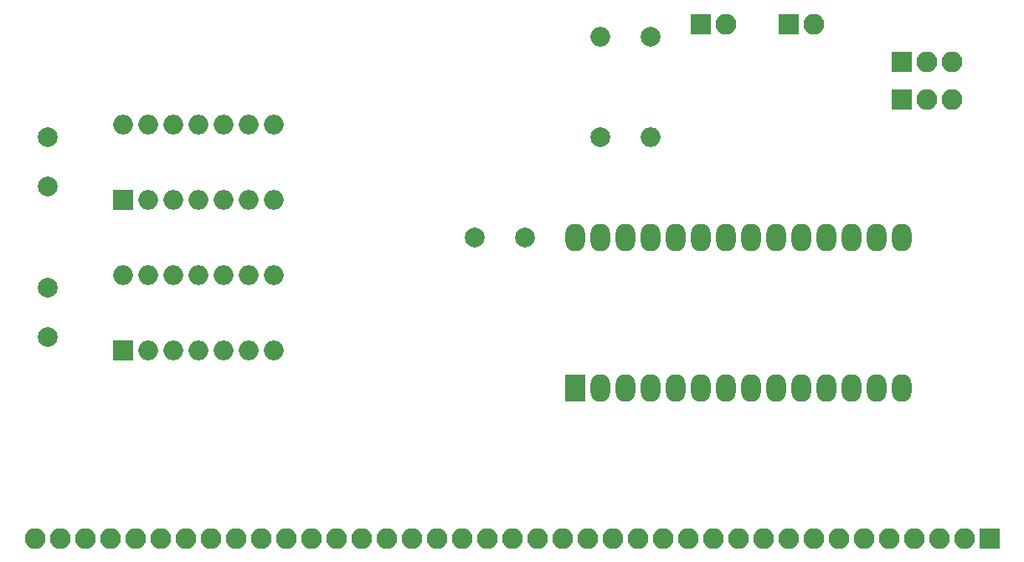
<source format=gbs>
G04 #@! TF.FileFunction,Soldermask,Bot*
%FSLAX46Y46*%
G04 Gerber Fmt 4.6, Leading zero omitted, Abs format (unit mm)*
G04 Created by KiCad (PCBNEW 4.0.6) date 05/15/17 22:01:48*
%MOMM*%
%LPD*%
G01*
G04 APERTURE LIST*
%ADD10C,0.100000*%
%ADD11C,2.000000*%
%ADD12R,2.100000X2.100000*%
%ADD13O,2.100000X2.100000*%
%ADD14O,2.000000X2.000000*%
%ADD15R,2.000000X2.800000*%
%ADD16O,2.000000X2.800000*%
%ADD17R,2.000000X2.000000*%
G04 APERTURE END LIST*
D10*
D11*
X160020000Y-113030000D03*
X155020000Y-113030000D03*
X111760000Y-102870000D03*
X111760000Y-107870000D03*
X111760000Y-118110000D03*
X111760000Y-123110000D03*
D12*
X207010000Y-143510000D03*
D13*
X204470000Y-143510000D03*
X201930000Y-143510000D03*
X199390000Y-143510000D03*
X196850000Y-143510000D03*
X194310000Y-143510000D03*
X191770000Y-143510000D03*
X189230000Y-143510000D03*
X186690000Y-143510000D03*
X184150000Y-143510000D03*
X181610000Y-143510000D03*
X179070000Y-143510000D03*
X176530000Y-143510000D03*
X173990000Y-143510000D03*
X171450000Y-143510000D03*
X168910000Y-143510000D03*
X166370000Y-143510000D03*
X163830000Y-143510000D03*
X161290000Y-143510000D03*
X158750000Y-143510000D03*
X156210000Y-143510000D03*
X153670000Y-143510000D03*
X151130000Y-143510000D03*
X148590000Y-143510000D03*
X146050000Y-143510000D03*
X143510000Y-143510000D03*
X140970000Y-143510000D03*
X138430000Y-143510000D03*
X135890000Y-143510000D03*
X133350000Y-143510000D03*
X130810000Y-143510000D03*
X128270000Y-143510000D03*
X125730000Y-143510000D03*
X123190000Y-143510000D03*
X120650000Y-143510000D03*
X118110000Y-143510000D03*
X115570000Y-143510000D03*
X113030000Y-143510000D03*
X110490000Y-143510000D03*
D12*
X186690000Y-91440000D03*
D13*
X189230000Y-91440000D03*
D12*
X177800000Y-91440000D03*
D13*
X180340000Y-91440000D03*
D11*
X172720000Y-92710000D03*
D14*
X172720000Y-102870000D03*
D11*
X167640000Y-102870000D03*
D14*
X167640000Y-92710000D03*
D15*
X165100000Y-128270000D03*
D16*
X198120000Y-113030000D03*
X167640000Y-128270000D03*
X195580000Y-113030000D03*
X170180000Y-128270000D03*
X193040000Y-113030000D03*
X172720000Y-128270000D03*
X190500000Y-113030000D03*
X175260000Y-128270000D03*
X187960000Y-113030000D03*
X177800000Y-128270000D03*
X185420000Y-113030000D03*
X180340000Y-128270000D03*
X182880000Y-113030000D03*
X182880000Y-128270000D03*
X180340000Y-113030000D03*
X185420000Y-128270000D03*
X177800000Y-113030000D03*
X187960000Y-128270000D03*
X175260000Y-113030000D03*
X190500000Y-128270000D03*
X172720000Y-113030000D03*
X193040000Y-128270000D03*
X170180000Y-113030000D03*
X195580000Y-128270000D03*
X167640000Y-113030000D03*
X198120000Y-128270000D03*
X165100000Y-113030000D03*
D17*
X119380000Y-109220000D03*
D14*
X134620000Y-101600000D03*
X121920000Y-109220000D03*
X132080000Y-101600000D03*
X124460000Y-109220000D03*
X129540000Y-101600000D03*
X127000000Y-109220000D03*
X127000000Y-101600000D03*
X129540000Y-109220000D03*
X124460000Y-101600000D03*
X132080000Y-109220000D03*
X121920000Y-101600000D03*
X134620000Y-109220000D03*
X119380000Y-101600000D03*
D17*
X119380000Y-124460000D03*
D14*
X134620000Y-116840000D03*
X121920000Y-124460000D03*
X132080000Y-116840000D03*
X124460000Y-124460000D03*
X129540000Y-116840000D03*
X127000000Y-124460000D03*
X127000000Y-116840000D03*
X129540000Y-124460000D03*
X124460000Y-116840000D03*
X132080000Y-124460000D03*
X121920000Y-116840000D03*
X134620000Y-124460000D03*
X119380000Y-116840000D03*
D12*
X198120000Y-95250000D03*
D13*
X200660000Y-95250000D03*
X203200000Y-95250000D03*
D12*
X198120000Y-99060000D03*
D13*
X200660000Y-99060000D03*
X203200000Y-99060000D03*
M02*

</source>
